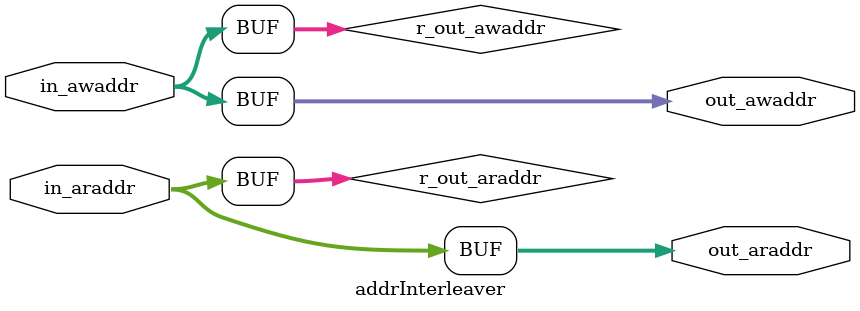
<source format=v>
/*------------------------------------------------------------------------*/
/*    (C) Copyright 2017-2022 Barcelona Supercomputing Center             */
/*                            Centro Nacional de Supercomputacion         */
/*                                                                        */
/*    This file is part of OmpSs@FPGA toolchain.                          */
/*                                                                        */
/*    This code is free software; you can redistribute it and/or modify   */
/*    it under the terms of the GNU Lesser General Public License as      */
/*    published by the Free Software Foundation; either version 3 of      */
/*    the License, or (at your option) any later version.                 */
/*                                                                        */
/*    OmpSs@FPGA toolchain is distributed in the hope that it will be     */
/*    useful, but WITHOUT ANY WARRANTY; without even the implied          */
/*    warranty of MERCHANTABILITY or FITNESS FOR A PARTICULAR PURPOSE.    */
/*    See the GNU Lesser General Public License for more details.         */
/*                                                                        */
/*    You should have received a copy of the GNU Lesser General Public    */
/*    License along with this code. If not, see <www.gnu.org/licenses/>.  */
/*------------------------------------------------------------------------*/

`timescale 1ns / 1ps

`undef __ENABLE__
`define __WIDTH__ 64


`ifdef __ENABLE__
module addrInterleaver#(
    parameter NUM_BANKS = 4,
    parameter STRIDE = `__WIDTH__'h2000, //8K
    parameter BANK_SIZE = `__WIDTH__'h400000000, //16G
    parameter BASE_ADDR = `__WIDTH__'h0
)
`else
module addrInterleaver
`endif
(
    input wire [(`__WIDTH__-1):0] in_awaddr,
    input wire [(`__WIDTH__-1):0] in_araddr,

    output wire [(`__WIDTH__-1):0] out_awaddr,
    output wire [(`__WIDTH__-1):0] out_araddr
);

    reg [(`__WIDTH__-1):0] r_out_awaddr;
    reg [(`__WIDTH__-1):0] r_out_araddr;

`ifdef __ENABLE__
    localparam NUM_SELECTOR_BITS = $clog2(NUM_BANKS);
    localparam SRC_SELECTOR_BIT = $clog2(STRIDE);
    localparam DST_SELECTOR_BIT = $clog2(BANK_SIZE);
`endif

    assign out_awaddr = r_out_awaddr;
    assign out_araddr = r_out_araddr;

    // Only interleave addresses within DDR address space
    always @(*) begin
    `ifdef __ENABLE__
        if (in_awaddr < BASE_ADDR + BANK_SIZE*NUM_BANKS) begin
            r_out_awaddr <= {in_awaddr[(`__WIDTH__-1)                       : DST_SELECTOR_BIT+NUM_SELECTOR_BITS],
                             in_awaddr[SRC_SELECTOR_BIT+NUM_SELECTOR_BITS-1 : SRC_SELECTOR_BIT],
                             in_awaddr[DST_SELECTOR_BIT+NUM_SELECTOR_BITS-1 : SRC_SELECTOR_BIT+NUM_SELECTOR_BITS],
                             in_awaddr[SRC_SELECTOR_BIT-1                   : 0]};
        end
        else begin
            r_out_awaddr <= in_awaddr;
        end
    `else
        r_out_awaddr <= in_awaddr;
    `endif
    end

    // Only interleave addresses within DDR address space
    always @(*) begin
    `ifdef __ENABLE__
        if (in_araddr < BASE_ADDR + BANK_SIZE*NUM_BANKS) begin
            r_out_araddr <= {in_araddr[(`__WIDTH__-1)                       : DST_SELECTOR_BIT+NUM_SELECTOR_BITS],
                             in_araddr[SRC_SELECTOR_BIT+NUM_SELECTOR_BITS-1 : SRC_SELECTOR_BIT],
                             in_araddr[DST_SELECTOR_BIT+NUM_SELECTOR_BITS-1 : SRC_SELECTOR_BIT+NUM_SELECTOR_BITS],
                             in_araddr[SRC_SELECTOR_BIT-1                   : 0]};
        end
        else begin
            r_out_araddr <= in_araddr;
        end
    `else
        r_out_araddr <= in_araddr;
    `endif
    end

endmodule


</source>
